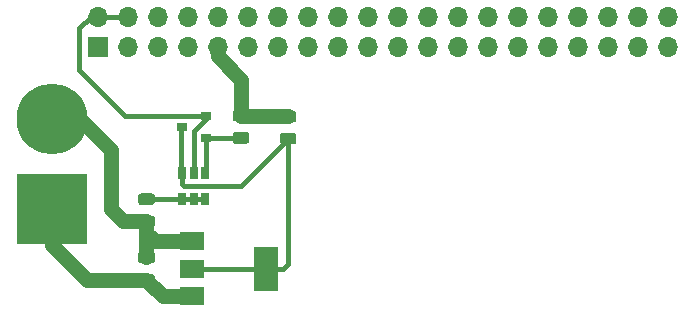
<source format=gbr>
G04 #@! TF.GenerationSoftware,KiCad,Pcbnew,5.1.4+dfsg1-1*
G04 #@! TF.CreationDate,2020-03-18T18:25:11-04:00*
G04 #@! TF.ProjectId,upipower-injector,75706970-6f77-4657-922d-696e6a656374,1.0*
G04 #@! TF.SameCoordinates,Original*
G04 #@! TF.FileFunction,Copper,L1,Top*
G04 #@! TF.FilePolarity,Positive*
%FSLAX46Y46*%
G04 Gerber Fmt 4.6, Leading zero omitted, Abs format (unit mm)*
G04 Created by KiCad (PCBNEW 5.1.4+dfsg1-1) date 2020-03-18 18:25:11*
%MOMM*%
%LPD*%
G04 APERTURE LIST*
%ADD10R,2.000000X1.500000*%
%ADD11R,2.000000X3.800000*%
%ADD12C,0.100000*%
%ADD13C,0.975000*%
%ADD14R,0.900000X0.800000*%
%ADD15R,0.650000X1.060000*%
%ADD16C,5.999480*%
%ADD17R,5.999480X5.999480*%
%ADD18R,1.700000X1.700000*%
%ADD19O,1.700000X1.700000*%
%ADD20C,0.450000*%
%ADD21C,1.250000*%
G04 APERTURE END LIST*
D10*
X133882000Y-112268000D03*
X133882000Y-116868000D03*
X133882000Y-114568000D03*
D11*
X140182000Y-114568000D03*
D12*
G36*
X142512142Y-101206674D02*
G01*
X142535803Y-101210184D01*
X142559007Y-101215996D01*
X142581529Y-101224054D01*
X142603153Y-101234282D01*
X142623670Y-101246579D01*
X142642883Y-101260829D01*
X142660607Y-101276893D01*
X142676671Y-101294617D01*
X142690921Y-101313830D01*
X142703218Y-101334347D01*
X142713446Y-101355971D01*
X142721504Y-101378493D01*
X142727316Y-101401697D01*
X142730826Y-101425358D01*
X142732000Y-101449250D01*
X142732000Y-101936750D01*
X142730826Y-101960642D01*
X142727316Y-101984303D01*
X142721504Y-102007507D01*
X142713446Y-102030029D01*
X142703218Y-102051653D01*
X142690921Y-102072170D01*
X142676671Y-102091383D01*
X142660607Y-102109107D01*
X142642883Y-102125171D01*
X142623670Y-102139421D01*
X142603153Y-102151718D01*
X142581529Y-102161946D01*
X142559007Y-102170004D01*
X142535803Y-102175816D01*
X142512142Y-102179326D01*
X142488250Y-102180500D01*
X141575750Y-102180500D01*
X141551858Y-102179326D01*
X141528197Y-102175816D01*
X141504993Y-102170004D01*
X141482471Y-102161946D01*
X141460847Y-102151718D01*
X141440330Y-102139421D01*
X141421117Y-102125171D01*
X141403393Y-102109107D01*
X141387329Y-102091383D01*
X141373079Y-102072170D01*
X141360782Y-102051653D01*
X141350554Y-102030029D01*
X141342496Y-102007507D01*
X141336684Y-101984303D01*
X141333174Y-101960642D01*
X141332000Y-101936750D01*
X141332000Y-101449250D01*
X141333174Y-101425358D01*
X141336684Y-101401697D01*
X141342496Y-101378493D01*
X141350554Y-101355971D01*
X141360782Y-101334347D01*
X141373079Y-101313830D01*
X141387329Y-101294617D01*
X141403393Y-101276893D01*
X141421117Y-101260829D01*
X141440330Y-101246579D01*
X141460847Y-101234282D01*
X141482471Y-101224054D01*
X141504993Y-101215996D01*
X141528197Y-101210184D01*
X141551858Y-101206674D01*
X141575750Y-101205500D01*
X142488250Y-101205500D01*
X142512142Y-101206674D01*
X142512142Y-101206674D01*
G37*
D13*
X142032000Y-101693000D03*
D12*
G36*
X142512142Y-103081674D02*
G01*
X142535803Y-103085184D01*
X142559007Y-103090996D01*
X142581529Y-103099054D01*
X142603153Y-103109282D01*
X142623670Y-103121579D01*
X142642883Y-103135829D01*
X142660607Y-103151893D01*
X142676671Y-103169617D01*
X142690921Y-103188830D01*
X142703218Y-103209347D01*
X142713446Y-103230971D01*
X142721504Y-103253493D01*
X142727316Y-103276697D01*
X142730826Y-103300358D01*
X142732000Y-103324250D01*
X142732000Y-103811750D01*
X142730826Y-103835642D01*
X142727316Y-103859303D01*
X142721504Y-103882507D01*
X142713446Y-103905029D01*
X142703218Y-103926653D01*
X142690921Y-103947170D01*
X142676671Y-103966383D01*
X142660607Y-103984107D01*
X142642883Y-104000171D01*
X142623670Y-104014421D01*
X142603153Y-104026718D01*
X142581529Y-104036946D01*
X142559007Y-104045004D01*
X142535803Y-104050816D01*
X142512142Y-104054326D01*
X142488250Y-104055500D01*
X141575750Y-104055500D01*
X141551858Y-104054326D01*
X141528197Y-104050816D01*
X141504993Y-104045004D01*
X141482471Y-104036946D01*
X141460847Y-104026718D01*
X141440330Y-104014421D01*
X141421117Y-104000171D01*
X141403393Y-103984107D01*
X141387329Y-103966383D01*
X141373079Y-103947170D01*
X141360782Y-103926653D01*
X141350554Y-103905029D01*
X141342496Y-103882507D01*
X141336684Y-103859303D01*
X141333174Y-103835642D01*
X141332000Y-103811750D01*
X141332000Y-103324250D01*
X141333174Y-103300358D01*
X141336684Y-103276697D01*
X141342496Y-103253493D01*
X141350554Y-103230971D01*
X141360782Y-103209347D01*
X141373079Y-103188830D01*
X141387329Y-103169617D01*
X141403393Y-103151893D01*
X141421117Y-103135829D01*
X141440330Y-103121579D01*
X141460847Y-103109282D01*
X141482471Y-103099054D01*
X141504993Y-103090996D01*
X141528197Y-103085184D01*
X141551858Y-103081674D01*
X141575750Y-103080500D01*
X142488250Y-103080500D01*
X142512142Y-103081674D01*
X142512142Y-103081674D01*
G37*
D13*
X142032000Y-103568000D03*
D12*
G36*
X130512142Y-113144174D02*
G01*
X130535803Y-113147684D01*
X130559007Y-113153496D01*
X130581529Y-113161554D01*
X130603153Y-113171782D01*
X130623670Y-113184079D01*
X130642883Y-113198329D01*
X130660607Y-113214393D01*
X130676671Y-113232117D01*
X130690921Y-113251330D01*
X130703218Y-113271847D01*
X130713446Y-113293471D01*
X130721504Y-113315993D01*
X130727316Y-113339197D01*
X130730826Y-113362858D01*
X130732000Y-113386750D01*
X130732000Y-113874250D01*
X130730826Y-113898142D01*
X130727316Y-113921803D01*
X130721504Y-113945007D01*
X130713446Y-113967529D01*
X130703218Y-113989153D01*
X130690921Y-114009670D01*
X130676671Y-114028883D01*
X130660607Y-114046607D01*
X130642883Y-114062671D01*
X130623670Y-114076921D01*
X130603153Y-114089218D01*
X130581529Y-114099446D01*
X130559007Y-114107504D01*
X130535803Y-114113316D01*
X130512142Y-114116826D01*
X130488250Y-114118000D01*
X129575750Y-114118000D01*
X129551858Y-114116826D01*
X129528197Y-114113316D01*
X129504993Y-114107504D01*
X129482471Y-114099446D01*
X129460847Y-114089218D01*
X129440330Y-114076921D01*
X129421117Y-114062671D01*
X129403393Y-114046607D01*
X129387329Y-114028883D01*
X129373079Y-114009670D01*
X129360782Y-113989153D01*
X129350554Y-113967529D01*
X129342496Y-113945007D01*
X129336684Y-113921803D01*
X129333174Y-113898142D01*
X129332000Y-113874250D01*
X129332000Y-113386750D01*
X129333174Y-113362858D01*
X129336684Y-113339197D01*
X129342496Y-113315993D01*
X129350554Y-113293471D01*
X129360782Y-113271847D01*
X129373079Y-113251330D01*
X129387329Y-113232117D01*
X129403393Y-113214393D01*
X129421117Y-113198329D01*
X129440330Y-113184079D01*
X129460847Y-113171782D01*
X129482471Y-113161554D01*
X129504993Y-113153496D01*
X129528197Y-113147684D01*
X129551858Y-113144174D01*
X129575750Y-113143000D01*
X130488250Y-113143000D01*
X130512142Y-113144174D01*
X130512142Y-113144174D01*
G37*
D13*
X130032000Y-113630500D03*
D12*
G36*
X130512142Y-115019174D02*
G01*
X130535803Y-115022684D01*
X130559007Y-115028496D01*
X130581529Y-115036554D01*
X130603153Y-115046782D01*
X130623670Y-115059079D01*
X130642883Y-115073329D01*
X130660607Y-115089393D01*
X130676671Y-115107117D01*
X130690921Y-115126330D01*
X130703218Y-115146847D01*
X130713446Y-115168471D01*
X130721504Y-115190993D01*
X130727316Y-115214197D01*
X130730826Y-115237858D01*
X130732000Y-115261750D01*
X130732000Y-115749250D01*
X130730826Y-115773142D01*
X130727316Y-115796803D01*
X130721504Y-115820007D01*
X130713446Y-115842529D01*
X130703218Y-115864153D01*
X130690921Y-115884670D01*
X130676671Y-115903883D01*
X130660607Y-115921607D01*
X130642883Y-115937671D01*
X130623670Y-115951921D01*
X130603153Y-115964218D01*
X130581529Y-115974446D01*
X130559007Y-115982504D01*
X130535803Y-115988316D01*
X130512142Y-115991826D01*
X130488250Y-115993000D01*
X129575750Y-115993000D01*
X129551858Y-115991826D01*
X129528197Y-115988316D01*
X129504993Y-115982504D01*
X129482471Y-115974446D01*
X129460847Y-115964218D01*
X129440330Y-115951921D01*
X129421117Y-115937671D01*
X129403393Y-115921607D01*
X129387329Y-115903883D01*
X129373079Y-115884670D01*
X129360782Y-115864153D01*
X129350554Y-115842529D01*
X129342496Y-115820007D01*
X129336684Y-115796803D01*
X129333174Y-115773142D01*
X129332000Y-115749250D01*
X129332000Y-115261750D01*
X129333174Y-115237858D01*
X129336684Y-115214197D01*
X129342496Y-115190993D01*
X129350554Y-115168471D01*
X129360782Y-115146847D01*
X129373079Y-115126330D01*
X129387329Y-115107117D01*
X129403393Y-115089393D01*
X129421117Y-115073329D01*
X129440330Y-115059079D01*
X129460847Y-115046782D01*
X129482471Y-115036554D01*
X129504993Y-115028496D01*
X129528197Y-115022684D01*
X129551858Y-115019174D01*
X129575750Y-115018000D01*
X130488250Y-115018000D01*
X130512142Y-115019174D01*
X130512142Y-115019174D01*
G37*
D13*
X130032000Y-115505500D03*
D14*
X133032000Y-102568000D03*
X135032000Y-101618000D03*
X135032000Y-103518000D03*
D12*
G36*
X138512142Y-103019174D02*
G01*
X138535803Y-103022684D01*
X138559007Y-103028496D01*
X138581529Y-103036554D01*
X138603153Y-103046782D01*
X138623670Y-103059079D01*
X138642883Y-103073329D01*
X138660607Y-103089393D01*
X138676671Y-103107117D01*
X138690921Y-103126330D01*
X138703218Y-103146847D01*
X138713446Y-103168471D01*
X138721504Y-103190993D01*
X138727316Y-103214197D01*
X138730826Y-103237858D01*
X138732000Y-103261750D01*
X138732000Y-103749250D01*
X138730826Y-103773142D01*
X138727316Y-103796803D01*
X138721504Y-103820007D01*
X138713446Y-103842529D01*
X138703218Y-103864153D01*
X138690921Y-103884670D01*
X138676671Y-103903883D01*
X138660607Y-103921607D01*
X138642883Y-103937671D01*
X138623670Y-103951921D01*
X138603153Y-103964218D01*
X138581529Y-103974446D01*
X138559007Y-103982504D01*
X138535803Y-103988316D01*
X138512142Y-103991826D01*
X138488250Y-103993000D01*
X137575750Y-103993000D01*
X137551858Y-103991826D01*
X137528197Y-103988316D01*
X137504993Y-103982504D01*
X137482471Y-103974446D01*
X137460847Y-103964218D01*
X137440330Y-103951921D01*
X137421117Y-103937671D01*
X137403393Y-103921607D01*
X137387329Y-103903883D01*
X137373079Y-103884670D01*
X137360782Y-103864153D01*
X137350554Y-103842529D01*
X137342496Y-103820007D01*
X137336684Y-103796803D01*
X137333174Y-103773142D01*
X137332000Y-103749250D01*
X137332000Y-103261750D01*
X137333174Y-103237858D01*
X137336684Y-103214197D01*
X137342496Y-103190993D01*
X137350554Y-103168471D01*
X137360782Y-103146847D01*
X137373079Y-103126330D01*
X137387329Y-103107117D01*
X137403393Y-103089393D01*
X137421117Y-103073329D01*
X137440330Y-103059079D01*
X137460847Y-103046782D01*
X137482471Y-103036554D01*
X137504993Y-103028496D01*
X137528197Y-103022684D01*
X137551858Y-103019174D01*
X137575750Y-103018000D01*
X138488250Y-103018000D01*
X138512142Y-103019174D01*
X138512142Y-103019174D01*
G37*
D13*
X138032000Y-103505500D03*
D12*
G36*
X138512142Y-101144174D02*
G01*
X138535803Y-101147684D01*
X138559007Y-101153496D01*
X138581529Y-101161554D01*
X138603153Y-101171782D01*
X138623670Y-101184079D01*
X138642883Y-101198329D01*
X138660607Y-101214393D01*
X138676671Y-101232117D01*
X138690921Y-101251330D01*
X138703218Y-101271847D01*
X138713446Y-101293471D01*
X138721504Y-101315993D01*
X138727316Y-101339197D01*
X138730826Y-101362858D01*
X138732000Y-101386750D01*
X138732000Y-101874250D01*
X138730826Y-101898142D01*
X138727316Y-101921803D01*
X138721504Y-101945007D01*
X138713446Y-101967529D01*
X138703218Y-101989153D01*
X138690921Y-102009670D01*
X138676671Y-102028883D01*
X138660607Y-102046607D01*
X138642883Y-102062671D01*
X138623670Y-102076921D01*
X138603153Y-102089218D01*
X138581529Y-102099446D01*
X138559007Y-102107504D01*
X138535803Y-102113316D01*
X138512142Y-102116826D01*
X138488250Y-102118000D01*
X137575750Y-102118000D01*
X137551858Y-102116826D01*
X137528197Y-102113316D01*
X137504993Y-102107504D01*
X137482471Y-102099446D01*
X137460847Y-102089218D01*
X137440330Y-102076921D01*
X137421117Y-102062671D01*
X137403393Y-102046607D01*
X137387329Y-102028883D01*
X137373079Y-102009670D01*
X137360782Y-101989153D01*
X137350554Y-101967529D01*
X137342496Y-101945007D01*
X137336684Y-101921803D01*
X137333174Y-101898142D01*
X137332000Y-101874250D01*
X137332000Y-101386750D01*
X137333174Y-101362858D01*
X137336684Y-101339197D01*
X137342496Y-101315993D01*
X137350554Y-101293471D01*
X137360782Y-101271847D01*
X137373079Y-101251330D01*
X137387329Y-101232117D01*
X137403393Y-101214393D01*
X137421117Y-101198329D01*
X137440330Y-101184079D01*
X137460847Y-101171782D01*
X137482471Y-101161554D01*
X137504993Y-101153496D01*
X137528197Y-101147684D01*
X137551858Y-101144174D01*
X137575750Y-101143000D01*
X138488250Y-101143000D01*
X138512142Y-101144174D01*
X138512142Y-101144174D01*
G37*
D13*
X138032000Y-101630500D03*
D15*
X134032000Y-106468000D03*
X133082000Y-106468000D03*
X134982000Y-106468000D03*
X134982000Y-108668000D03*
X134032000Y-108668000D03*
X133082000Y-108668000D03*
D16*
X122032000Y-101948000D03*
D17*
X122032000Y-109568000D03*
D12*
G36*
X130512142Y-108206674D02*
G01*
X130535803Y-108210184D01*
X130559007Y-108215996D01*
X130581529Y-108224054D01*
X130603153Y-108234282D01*
X130623670Y-108246579D01*
X130642883Y-108260829D01*
X130660607Y-108276893D01*
X130676671Y-108294617D01*
X130690921Y-108313830D01*
X130703218Y-108334347D01*
X130713446Y-108355971D01*
X130721504Y-108378493D01*
X130727316Y-108401697D01*
X130730826Y-108425358D01*
X130732000Y-108449250D01*
X130732000Y-108936750D01*
X130730826Y-108960642D01*
X130727316Y-108984303D01*
X130721504Y-109007507D01*
X130713446Y-109030029D01*
X130703218Y-109051653D01*
X130690921Y-109072170D01*
X130676671Y-109091383D01*
X130660607Y-109109107D01*
X130642883Y-109125171D01*
X130623670Y-109139421D01*
X130603153Y-109151718D01*
X130581529Y-109161946D01*
X130559007Y-109170004D01*
X130535803Y-109175816D01*
X130512142Y-109179326D01*
X130488250Y-109180500D01*
X129575750Y-109180500D01*
X129551858Y-109179326D01*
X129528197Y-109175816D01*
X129504993Y-109170004D01*
X129482471Y-109161946D01*
X129460847Y-109151718D01*
X129440330Y-109139421D01*
X129421117Y-109125171D01*
X129403393Y-109109107D01*
X129387329Y-109091383D01*
X129373079Y-109072170D01*
X129360782Y-109051653D01*
X129350554Y-109030029D01*
X129342496Y-109007507D01*
X129336684Y-108984303D01*
X129333174Y-108960642D01*
X129332000Y-108936750D01*
X129332000Y-108449250D01*
X129333174Y-108425358D01*
X129336684Y-108401697D01*
X129342496Y-108378493D01*
X129350554Y-108355971D01*
X129360782Y-108334347D01*
X129373079Y-108313830D01*
X129387329Y-108294617D01*
X129403393Y-108276893D01*
X129421117Y-108260829D01*
X129440330Y-108246579D01*
X129460847Y-108234282D01*
X129482471Y-108224054D01*
X129504993Y-108215996D01*
X129528197Y-108210184D01*
X129551858Y-108206674D01*
X129575750Y-108205500D01*
X130488250Y-108205500D01*
X130512142Y-108206674D01*
X130512142Y-108206674D01*
G37*
D13*
X130032000Y-108693000D03*
D12*
G36*
X130512142Y-110081674D02*
G01*
X130535803Y-110085184D01*
X130559007Y-110090996D01*
X130581529Y-110099054D01*
X130603153Y-110109282D01*
X130623670Y-110121579D01*
X130642883Y-110135829D01*
X130660607Y-110151893D01*
X130676671Y-110169617D01*
X130690921Y-110188830D01*
X130703218Y-110209347D01*
X130713446Y-110230971D01*
X130721504Y-110253493D01*
X130727316Y-110276697D01*
X130730826Y-110300358D01*
X130732000Y-110324250D01*
X130732000Y-110811750D01*
X130730826Y-110835642D01*
X130727316Y-110859303D01*
X130721504Y-110882507D01*
X130713446Y-110905029D01*
X130703218Y-110926653D01*
X130690921Y-110947170D01*
X130676671Y-110966383D01*
X130660607Y-110984107D01*
X130642883Y-111000171D01*
X130623670Y-111014421D01*
X130603153Y-111026718D01*
X130581529Y-111036946D01*
X130559007Y-111045004D01*
X130535803Y-111050816D01*
X130512142Y-111054326D01*
X130488250Y-111055500D01*
X129575750Y-111055500D01*
X129551858Y-111054326D01*
X129528197Y-111050816D01*
X129504993Y-111045004D01*
X129482471Y-111036946D01*
X129460847Y-111026718D01*
X129440330Y-111014421D01*
X129421117Y-111000171D01*
X129403393Y-110984107D01*
X129387329Y-110966383D01*
X129373079Y-110947170D01*
X129360782Y-110926653D01*
X129350554Y-110905029D01*
X129342496Y-110882507D01*
X129336684Y-110859303D01*
X129333174Y-110835642D01*
X129332000Y-110811750D01*
X129332000Y-110324250D01*
X129333174Y-110300358D01*
X129336684Y-110276697D01*
X129342496Y-110253493D01*
X129350554Y-110230971D01*
X129360782Y-110209347D01*
X129373079Y-110188830D01*
X129387329Y-110169617D01*
X129403393Y-110151893D01*
X129421117Y-110135829D01*
X129440330Y-110121579D01*
X129460847Y-110109282D01*
X129482471Y-110099054D01*
X129504993Y-110090996D01*
X129528197Y-110085184D01*
X129551858Y-110081674D01*
X129575750Y-110080500D01*
X130488250Y-110080500D01*
X130512142Y-110081674D01*
X130512142Y-110081674D01*
G37*
D13*
X130032000Y-110568000D03*
D18*
X125902000Y-95838000D03*
D19*
X125902000Y-93298000D03*
X128442000Y-95838000D03*
X128442000Y-93298000D03*
X130982000Y-95838000D03*
X130982000Y-93298000D03*
X133522000Y-95838000D03*
X133522000Y-93298000D03*
X136062000Y-95838000D03*
X136062000Y-93298000D03*
X138602000Y-95838000D03*
X138602000Y-93298000D03*
X141142000Y-95838000D03*
X141142000Y-93298000D03*
X143682000Y-95838000D03*
X143682000Y-93298000D03*
X146222000Y-95838000D03*
X146222000Y-93298000D03*
X148762000Y-95838000D03*
X148762000Y-93298000D03*
X151302000Y-95838000D03*
X151302000Y-93298000D03*
X153842000Y-95838000D03*
X153842000Y-93298000D03*
X156382000Y-95838000D03*
X156382000Y-93298000D03*
X158922000Y-95838000D03*
X158922000Y-93298000D03*
X161462000Y-95838000D03*
X161462000Y-93298000D03*
X164002000Y-95838000D03*
X164002000Y-93298000D03*
X166542000Y-95838000D03*
X166542000Y-93298000D03*
X169082000Y-95838000D03*
X169082000Y-93298000D03*
X171622000Y-95838000D03*
X171622000Y-93298000D03*
X174162000Y-95838000D03*
X174162000Y-93298000D03*
D20*
X135082000Y-101892998D02*
X135082000Y-101618000D01*
X134032000Y-102942998D02*
X135082000Y-101892998D01*
X134032000Y-106468000D02*
X134032000Y-102942998D01*
X125902000Y-93298000D02*
X128442000Y-93298000D01*
X128194499Y-101618000D02*
X135082000Y-101618000D01*
X124357001Y-97780502D02*
X128194499Y-101618000D01*
X124357001Y-94242999D02*
X124357001Y-97780502D01*
X125902000Y-93298000D02*
X125302000Y-93298000D01*
X125302000Y-93298000D02*
X124357001Y-94242999D01*
D21*
X138032000Y-98568000D02*
X138032000Y-101630500D01*
X136062000Y-95838000D02*
X136062000Y-96598000D01*
X136062000Y-96598000D02*
X138032000Y-98568000D01*
X141969500Y-101630500D02*
X142032000Y-101693000D01*
X138032000Y-101630500D02*
X141969500Y-101630500D01*
X130732000Y-112268000D02*
X130032000Y-111568000D01*
X133882000Y-112268000D02*
X130732000Y-112268000D01*
X130032000Y-113630500D02*
X130032000Y-111568000D01*
X130032000Y-111568000D02*
X130032000Y-110568000D01*
X130032000Y-110568000D02*
X128032000Y-110568000D01*
X124412000Y-101948000D02*
X122032000Y-101948000D01*
X127032000Y-104568000D02*
X124412000Y-101948000D01*
X127032000Y-109568000D02*
X127032000Y-104568000D01*
X128032000Y-110568000D02*
X127032000Y-109568000D01*
D20*
X135032000Y-106418000D02*
X134982000Y-106468000D01*
X135082000Y-106368000D02*
X134982000Y-106468000D01*
X135082000Y-103518000D02*
X135082000Y-106368000D01*
X138019500Y-103518000D02*
X138032000Y-103505500D01*
X135082000Y-103518000D02*
X138019500Y-103518000D01*
X133057000Y-108693000D02*
X133082000Y-108668000D01*
X130032000Y-108693000D02*
X133057000Y-108693000D01*
X133082000Y-108668000D02*
X134032000Y-108668000D01*
X134032000Y-108668000D02*
X134982000Y-108668000D01*
D21*
X124969500Y-115505500D02*
X130032000Y-115505500D01*
X122032000Y-109568000D02*
X122032000Y-112568000D01*
X122032000Y-112568000D02*
X124969500Y-115505500D01*
X131394500Y-116868000D02*
X133882000Y-116868000D01*
X130032000Y-115505500D02*
X131394500Y-116868000D01*
D20*
X132982000Y-106368000D02*
X133082000Y-106468000D01*
X132982000Y-102568000D02*
X132982000Y-106368000D01*
X140182000Y-114568000D02*
X133882000Y-114568000D01*
X141632000Y-114568000D02*
X140182000Y-114568000D01*
X142032000Y-114168000D02*
X141632000Y-114568000D01*
X142032000Y-103568000D02*
X142032000Y-114168000D01*
X133202000Y-107568000D02*
X133082000Y-107448000D01*
X133082000Y-107448000D02*
X133082000Y-106468000D01*
X138032000Y-107568000D02*
X133202000Y-107568000D01*
X142032000Y-103568000D02*
X138032000Y-107568000D01*
M02*

</source>
